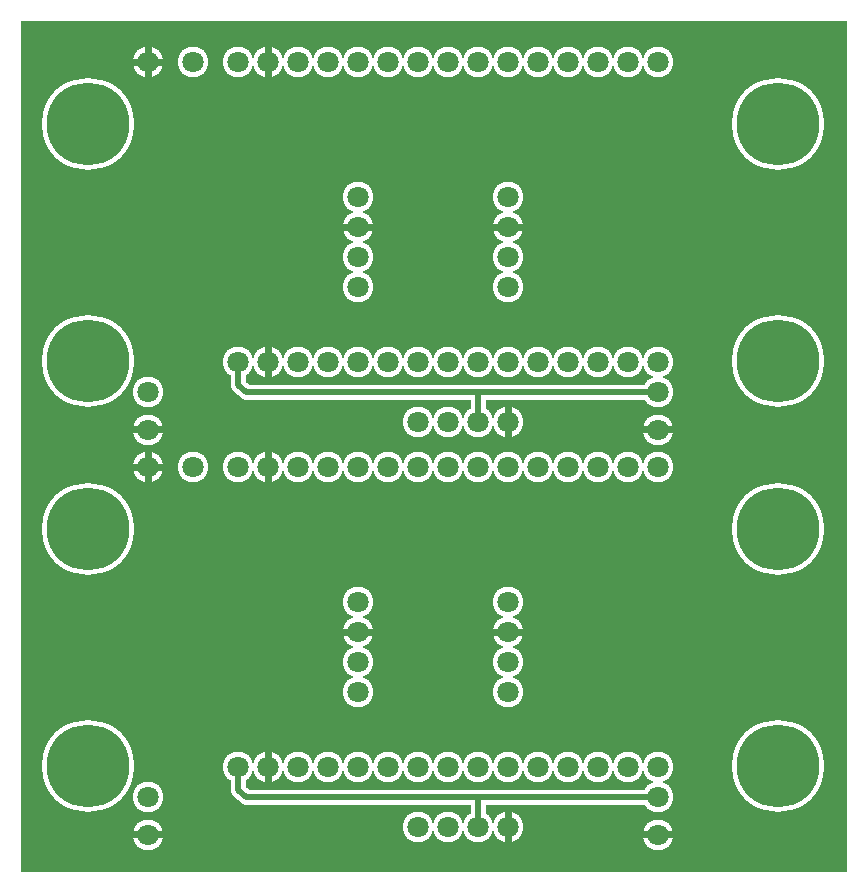
<source format=gbr>
%FSLAX34Y34*%
%MOMM*%
%LNSILK_TOP*%
G71*
G01*
%ADD10C, 2.60*%
%ADD11C, 7.80*%
%ADD12C, 1.30*%
%ADD13C, 0.60*%
%ADD14C, 1.80*%
%ADD15C, 7.00*%
%ADD16C, 0.50*%
%LPD*%
G36*
X0Y1000000D02*
X700000Y1000000D01*
X700000Y280000D01*
X0Y280000D01*
X0Y1000000D01*
G37*
%LPC*%
X539750Y965200D02*
G54D10*
D03*
X514350Y965200D02*
G54D10*
D03*
X488950Y965200D02*
G54D10*
D03*
X463550Y965200D02*
G54D10*
D03*
X438150Y965200D02*
G54D10*
D03*
X412750Y965200D02*
G54D10*
D03*
X387350Y965200D02*
G54D10*
D03*
X361950Y965200D02*
G54D10*
D03*
X336550Y965200D02*
G54D10*
D03*
X311150Y965200D02*
G54D10*
D03*
X285750Y965200D02*
G54D10*
D03*
X260350Y965200D02*
G54D10*
D03*
X234950Y965200D02*
G54D10*
D03*
X209550Y965200D02*
G54D10*
D03*
X184150Y965200D02*
G54D10*
D03*
X184150Y711200D02*
G54D10*
D03*
X209550Y711200D02*
G54D10*
D03*
X234950Y711200D02*
G54D10*
D03*
X260350Y711200D02*
G54D10*
D03*
X285750Y711200D02*
G54D10*
D03*
X311150Y711200D02*
G54D10*
D03*
X336550Y711200D02*
G54D10*
D03*
X361950Y711200D02*
G54D10*
D03*
X387350Y711200D02*
G54D10*
D03*
X412750Y711200D02*
G54D10*
D03*
X438150Y711200D02*
G54D10*
D03*
X463550Y711200D02*
G54D10*
D03*
X488950Y711200D02*
G54D10*
D03*
X514350Y711200D02*
G54D10*
D03*
X539750Y711200D02*
G54D10*
D03*
X412750Y660400D02*
G54D10*
D03*
X387350Y660400D02*
G54D10*
D03*
X361950Y660400D02*
G54D10*
D03*
X336550Y660400D02*
G54D10*
D03*
X412750Y850900D02*
G54D10*
D03*
X412750Y825500D02*
G54D10*
D03*
X412750Y800100D02*
G54D10*
D03*
X412750Y774700D02*
G54D10*
D03*
X57150Y912812D02*
G54D11*
D03*
X57150Y712788D02*
G54D11*
D03*
X641350Y712788D02*
G54D11*
D03*
X641350Y912812D02*
G54D11*
D03*
X209550Y965200D02*
G54D10*
D03*
X412750Y660400D02*
G54D10*
D03*
X412750Y825500D02*
G54D10*
D03*
X209550Y711200D02*
G54D10*
D03*
X285750Y850900D02*
G54D10*
D03*
X285750Y825500D02*
G54D10*
D03*
X285750Y800100D02*
G54D10*
D03*
X285750Y774700D02*
G54D10*
D03*
G54D12*
X387350Y660400D02*
X387350Y685800D01*
X190500Y685800D01*
X184150Y692150D01*
X184150Y711200D01*
X285750Y825500D02*
G54D10*
D03*
X107950Y685800D02*
G54D10*
D03*
X107950Y654050D02*
G54D10*
D03*
X107950Y965200D02*
G54D10*
D03*
X146050Y965200D02*
G54D10*
D03*
X539750Y685800D02*
G54D10*
D03*
X539750Y654050D02*
G54D10*
D03*
G54D12*
X387350Y685800D02*
X539750Y685800D01*
X539750Y622300D02*
G54D10*
D03*
X514350Y622300D02*
G54D10*
D03*
X488950Y622300D02*
G54D10*
D03*
X463550Y622300D02*
G54D10*
D03*
X438150Y622300D02*
G54D10*
D03*
X412750Y622300D02*
G54D10*
D03*
X387350Y622300D02*
G54D10*
D03*
X361950Y622300D02*
G54D10*
D03*
X336550Y622300D02*
G54D10*
D03*
X311150Y622300D02*
G54D10*
D03*
X285750Y622300D02*
G54D10*
D03*
X260350Y622300D02*
G54D10*
D03*
X234950Y622300D02*
G54D10*
D03*
X209550Y622300D02*
G54D10*
D03*
X184150Y622300D02*
G54D10*
D03*
X184150Y368300D02*
G54D10*
D03*
X209550Y368300D02*
G54D10*
D03*
X234950Y368300D02*
G54D10*
D03*
X260350Y368300D02*
G54D10*
D03*
X285750Y368300D02*
G54D10*
D03*
X311150Y368300D02*
G54D10*
D03*
X336550Y368300D02*
G54D10*
D03*
X361950Y368300D02*
G54D10*
D03*
X387350Y368300D02*
G54D10*
D03*
X412750Y368300D02*
G54D10*
D03*
X438150Y368300D02*
G54D10*
D03*
X463550Y368300D02*
G54D10*
D03*
X488950Y368300D02*
G54D10*
D03*
X514350Y368300D02*
G54D10*
D03*
X539750Y368300D02*
G54D10*
D03*
X412750Y317500D02*
G54D10*
D03*
X387350Y317500D02*
G54D10*
D03*
X361950Y317500D02*
G54D10*
D03*
X336550Y317500D02*
G54D10*
D03*
X412750Y508000D02*
G54D10*
D03*
X412750Y482600D02*
G54D10*
D03*
X412750Y457200D02*
G54D10*
D03*
X412750Y431800D02*
G54D10*
D03*
X57150Y569912D02*
G54D11*
D03*
X57150Y369888D02*
G54D11*
D03*
X641350Y369888D02*
G54D11*
D03*
X641350Y569912D02*
G54D11*
D03*
X209550Y622300D02*
G54D10*
D03*
X412750Y317500D02*
G54D10*
D03*
X412750Y482600D02*
G54D10*
D03*
X209550Y368300D02*
G54D10*
D03*
X285750Y508000D02*
G54D10*
D03*
X285750Y482600D02*
G54D10*
D03*
X285750Y457200D02*
G54D10*
D03*
X285750Y431800D02*
G54D10*
D03*
G54D12*
X387350Y317500D02*
X387350Y342900D01*
X190500Y342900D01*
X184150Y349250D01*
X184150Y368300D01*
X285750Y482600D02*
G54D10*
D03*
X107950Y342900D02*
G54D10*
D03*
X107950Y311150D02*
G54D10*
D03*
X107950Y622300D02*
G54D10*
D03*
X146050Y622300D02*
G54D10*
D03*
X539750Y342900D02*
G54D10*
D03*
X539750Y311150D02*
G54D10*
D03*
G54D12*
X387350Y342900D02*
X539750Y342900D01*
%LPD*%
G54D13*
G36*
X206550Y965200D02*
X206550Y978700D01*
X212550Y978700D01*
X212550Y965200D01*
X206550Y965200D01*
G37*
G36*
X212550Y965200D02*
X212550Y951700D01*
X206550Y951700D01*
X206550Y965200D01*
X212550Y965200D01*
G37*
G54D13*
G36*
X415750Y660400D02*
X415750Y646900D01*
X409750Y646900D01*
X409750Y660400D01*
X415750Y660400D01*
G37*
G36*
X409750Y660400D02*
X409750Y673900D01*
X415750Y673900D01*
X415750Y660400D01*
X409750Y660400D01*
G37*
G54D13*
G36*
X412750Y828500D02*
X426250Y828500D01*
X426250Y822500D01*
X412750Y822500D01*
X412750Y828500D01*
G37*
G36*
X412750Y822500D02*
X399250Y822500D01*
X399250Y828500D01*
X412750Y828500D01*
X412750Y822500D01*
G37*
G54D13*
G36*
X206550Y711200D02*
X206550Y724700D01*
X212550Y724700D01*
X212550Y711200D01*
X206550Y711200D01*
G37*
G36*
X212550Y711200D02*
X212550Y697700D01*
X206550Y697700D01*
X206550Y711200D01*
X212550Y711200D01*
G37*
G54D13*
G36*
X285750Y828500D02*
X299250Y828500D01*
X299250Y822500D01*
X285750Y822500D01*
X285750Y828500D01*
G37*
G36*
X285750Y822500D02*
X272250Y822500D01*
X272250Y828500D01*
X285750Y828500D01*
X285750Y822500D01*
G37*
G54D13*
G36*
X107950Y657050D02*
X121450Y657050D01*
X121450Y651050D01*
X107950Y651050D01*
X107950Y657050D01*
G37*
G36*
X107950Y651050D02*
X94450Y651050D01*
X94450Y657050D01*
X107950Y657050D01*
X107950Y651050D01*
G37*
G54D13*
G36*
X104950Y965200D02*
X104950Y978700D01*
X110950Y978700D01*
X110950Y965200D01*
X104950Y965200D01*
G37*
G36*
X107950Y968200D02*
X121450Y968200D01*
X121450Y962200D01*
X107950Y962200D01*
X107950Y968200D01*
G37*
G36*
X110950Y965200D02*
X110950Y951700D01*
X104950Y951700D01*
X104950Y965200D01*
X110950Y965200D01*
G37*
G36*
X107950Y962200D02*
X94450Y962200D01*
X94450Y968200D01*
X107950Y968200D01*
X107950Y962200D01*
G37*
G54D13*
G36*
X539750Y657050D02*
X553250Y657050D01*
X553250Y651050D01*
X539750Y651050D01*
X539750Y657050D01*
G37*
G36*
X539750Y651050D02*
X526250Y651050D01*
X526250Y657050D01*
X539750Y657050D01*
X539750Y651050D01*
G37*
G54D13*
G36*
X206550Y622300D02*
X206550Y635800D01*
X212550Y635800D01*
X212550Y622300D01*
X206550Y622300D01*
G37*
G36*
X212550Y622300D02*
X212550Y608800D01*
X206550Y608800D01*
X206550Y622300D01*
X212550Y622300D01*
G37*
G54D13*
G36*
X415750Y317500D02*
X415750Y304000D01*
X409750Y304000D01*
X409750Y317500D01*
X415750Y317500D01*
G37*
G36*
X409750Y317500D02*
X409750Y331000D01*
X415750Y331000D01*
X415750Y317500D01*
X409750Y317500D01*
G37*
G54D13*
G36*
X412750Y485600D02*
X426250Y485600D01*
X426250Y479600D01*
X412750Y479600D01*
X412750Y485600D01*
G37*
G36*
X412750Y479600D02*
X399250Y479600D01*
X399250Y485600D01*
X412750Y485600D01*
X412750Y479600D01*
G37*
G54D13*
G36*
X206550Y368300D02*
X206550Y381800D01*
X212550Y381800D01*
X212550Y368300D01*
X206550Y368300D01*
G37*
G36*
X212550Y368300D02*
X212550Y354800D01*
X206550Y354800D01*
X206550Y368300D01*
X212550Y368300D01*
G37*
G54D13*
G36*
X285750Y485600D02*
X299250Y485600D01*
X299250Y479600D01*
X285750Y479600D01*
X285750Y485600D01*
G37*
G36*
X285750Y479600D02*
X272250Y479600D01*
X272250Y485600D01*
X285750Y485600D01*
X285750Y479600D01*
G37*
G54D13*
G36*
X107950Y314150D02*
X121450Y314150D01*
X121450Y308150D01*
X107950Y308150D01*
X107950Y314150D01*
G37*
G36*
X107950Y308150D02*
X94450Y308150D01*
X94450Y314150D01*
X107950Y314150D01*
X107950Y308150D01*
G37*
G54D13*
G36*
X104950Y622300D02*
X104950Y635800D01*
X110950Y635800D01*
X110950Y622300D01*
X104950Y622300D01*
G37*
G36*
X107950Y625300D02*
X121450Y625300D01*
X121450Y619300D01*
X107950Y619300D01*
X107950Y625300D01*
G37*
G36*
X110950Y622300D02*
X110950Y608800D01*
X104950Y608800D01*
X104950Y622300D01*
X110950Y622300D01*
G37*
G36*
X107950Y619300D02*
X94450Y619300D01*
X94450Y625300D01*
X107950Y625300D01*
X107950Y619300D01*
G37*
G54D13*
G36*
X539750Y314150D02*
X553250Y314150D01*
X553250Y308150D01*
X539750Y308150D01*
X539750Y314150D01*
G37*
G36*
X539750Y308150D02*
X526250Y308150D01*
X526250Y314150D01*
X539750Y314150D01*
X539750Y308150D01*
G37*
X539750Y965200D02*
G54D14*
D03*
X514350Y965200D02*
G54D14*
D03*
X488950Y965200D02*
G54D14*
D03*
X463550Y965200D02*
G54D14*
D03*
X438150Y965200D02*
G54D14*
D03*
X412750Y965200D02*
G54D14*
D03*
X387350Y965200D02*
G54D14*
D03*
X361950Y965200D02*
G54D14*
D03*
X336550Y965200D02*
G54D14*
D03*
X311150Y965200D02*
G54D14*
D03*
X285750Y965200D02*
G54D14*
D03*
X260350Y965200D02*
G54D14*
D03*
X234950Y965200D02*
G54D14*
D03*
X209550Y965200D02*
G54D14*
D03*
X184150Y965200D02*
G54D14*
D03*
X184150Y711200D02*
G54D14*
D03*
X209550Y711200D02*
G54D14*
D03*
X234950Y711200D02*
G54D14*
D03*
X260350Y711200D02*
G54D14*
D03*
X285750Y711200D02*
G54D14*
D03*
X311150Y711200D02*
G54D14*
D03*
X336550Y711200D02*
G54D14*
D03*
X361950Y711200D02*
G54D14*
D03*
X387350Y711200D02*
G54D14*
D03*
X412750Y711200D02*
G54D14*
D03*
X438150Y711200D02*
G54D14*
D03*
X463550Y711200D02*
G54D14*
D03*
X488950Y711200D02*
G54D14*
D03*
X514350Y711200D02*
G54D14*
D03*
X539750Y711200D02*
G54D14*
D03*
X412750Y660400D02*
G54D14*
D03*
X387350Y660400D02*
G54D14*
D03*
X361950Y660400D02*
G54D14*
D03*
X336550Y660400D02*
G54D14*
D03*
X412750Y850900D02*
G54D14*
D03*
X412750Y825500D02*
G54D14*
D03*
X412750Y800100D02*
G54D14*
D03*
X412750Y774700D02*
G54D14*
D03*
X57150Y912812D02*
G54D15*
D03*
X57150Y712788D02*
G54D15*
D03*
X641350Y712788D02*
G54D15*
D03*
X641350Y912812D02*
G54D15*
D03*
X209550Y965200D02*
G54D14*
D03*
X412750Y660400D02*
G54D14*
D03*
X412750Y825500D02*
G54D14*
D03*
X209550Y711200D02*
G54D14*
D03*
X285750Y850900D02*
G54D14*
D03*
X285750Y825500D02*
G54D14*
D03*
X285750Y800100D02*
G54D14*
D03*
X285750Y774700D02*
G54D14*
D03*
G54D16*
X387350Y660400D02*
X387350Y685800D01*
X190500Y685800D01*
X184150Y692150D01*
X184150Y711200D01*
X285750Y825500D02*
G54D14*
D03*
X107950Y685800D02*
G54D14*
D03*
X107950Y654050D02*
G54D14*
D03*
X107950Y965200D02*
G54D14*
D03*
X146050Y965200D02*
G54D14*
D03*
X539750Y685800D02*
G54D14*
D03*
X539750Y654050D02*
G54D14*
D03*
G54D16*
X387350Y685800D02*
X539750Y685800D01*
X539750Y622300D02*
G54D14*
D03*
X514350Y622300D02*
G54D14*
D03*
X488950Y622300D02*
G54D14*
D03*
X463550Y622300D02*
G54D14*
D03*
X438150Y622300D02*
G54D14*
D03*
X412750Y622300D02*
G54D14*
D03*
X387350Y622300D02*
G54D14*
D03*
X361950Y622300D02*
G54D14*
D03*
X336550Y622300D02*
G54D14*
D03*
X311150Y622300D02*
G54D14*
D03*
X285750Y622300D02*
G54D14*
D03*
X260350Y622300D02*
G54D14*
D03*
X234950Y622300D02*
G54D14*
D03*
X209550Y622300D02*
G54D14*
D03*
X184150Y622300D02*
G54D14*
D03*
X184150Y368300D02*
G54D14*
D03*
X209550Y368300D02*
G54D14*
D03*
X234950Y368300D02*
G54D14*
D03*
X260350Y368300D02*
G54D14*
D03*
X285750Y368300D02*
G54D14*
D03*
X311150Y368300D02*
G54D14*
D03*
X336550Y368300D02*
G54D14*
D03*
X361950Y368300D02*
G54D14*
D03*
X387350Y368300D02*
G54D14*
D03*
X412750Y368300D02*
G54D14*
D03*
X438150Y368300D02*
G54D14*
D03*
X463550Y368300D02*
G54D14*
D03*
X488950Y368300D02*
G54D14*
D03*
X514350Y368300D02*
G54D14*
D03*
X539750Y368300D02*
G54D14*
D03*
X412750Y317500D02*
G54D14*
D03*
X387350Y317500D02*
G54D14*
D03*
X361950Y317500D02*
G54D14*
D03*
X336550Y317500D02*
G54D14*
D03*
X412750Y508000D02*
G54D14*
D03*
X412750Y482600D02*
G54D14*
D03*
X412750Y457200D02*
G54D14*
D03*
X412750Y431800D02*
G54D14*
D03*
X57150Y569912D02*
G54D15*
D03*
X57150Y369888D02*
G54D15*
D03*
X641350Y369888D02*
G54D15*
D03*
X641350Y569912D02*
G54D15*
D03*
X209550Y622300D02*
G54D14*
D03*
X412750Y317500D02*
G54D14*
D03*
X412750Y482600D02*
G54D14*
D03*
X209550Y368300D02*
G54D14*
D03*
X285750Y508000D02*
G54D14*
D03*
X285750Y482600D02*
G54D14*
D03*
X285750Y457200D02*
G54D14*
D03*
X285750Y431800D02*
G54D14*
D03*
G54D16*
X387350Y317500D02*
X387350Y342900D01*
X190500Y342900D01*
X184150Y349250D01*
X184150Y368300D01*
X285750Y482600D02*
G54D14*
D03*
X107950Y342900D02*
G54D14*
D03*
X107950Y311150D02*
G54D14*
D03*
X107950Y622300D02*
G54D14*
D03*
X146050Y622300D02*
G54D14*
D03*
X539750Y342900D02*
G54D14*
D03*
X539750Y311150D02*
G54D14*
D03*
G54D16*
X387350Y342900D02*
X539750Y342900D01*
M02*

</source>
